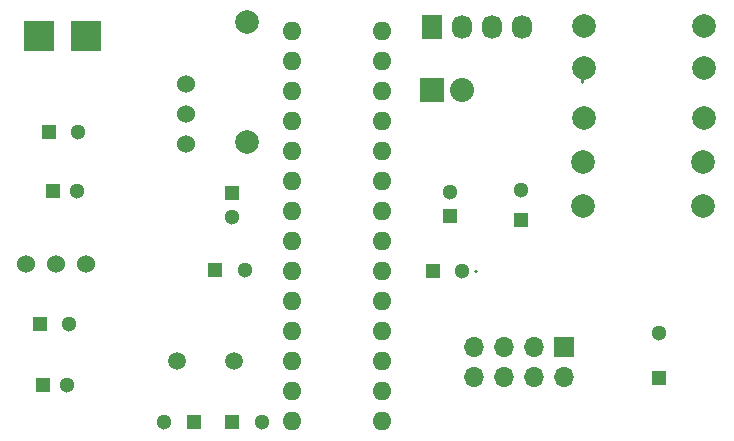
<source format=gbr>
G04 #@! TF.FileFunction,Copper,L1,Top,Signal*
%FSLAX46Y46*%
G04 Gerber Fmt 4.6, Leading zero omitted, Abs format (unit mm)*
G04 Created by KiCad (PCBNEW 4.0.2+dfsg1-stable) date śro, 11 kwi 2018, 10:40:26*
%MOMM*%
G01*
G04 APERTURE LIST*
%ADD10C,0.100000*%
%ADD11R,1.700000X1.700000*%
%ADD12O,1.700000X1.700000*%
%ADD13R,1.300000X1.300000*%
%ADD14C,1.300000*%
%ADD15O,1.600000X1.600000*%
%ADD16R,1.727200X2.032000*%
%ADD17O,1.727200X2.032000*%
%ADD18R,2.499360X2.499360*%
%ADD19C,1.524000*%
%ADD20C,1.998980*%
%ADD21R,2.032000X2.032000*%
%ADD22O,2.032000X2.032000*%
%ADD23C,1.501140*%
%ADD24C,0.250000*%
G04 APERTURE END LIST*
D10*
D11*
X165240000Y-113970000D03*
D12*
X165240000Y-116510000D03*
X162700000Y-116510000D03*
X162700000Y-113970000D03*
X160160000Y-116510000D03*
X160160000Y-113970000D03*
X157620000Y-116510000D03*
X157620000Y-113970000D03*
D13*
X137130000Y-120370000D03*
D14*
X139630000Y-120370000D03*
D13*
X133890000Y-120370000D03*
D14*
X131390000Y-120370000D03*
D13*
X121120000Y-117200000D03*
D14*
X123120000Y-117200000D03*
D13*
X137120000Y-100970000D03*
D14*
X137120000Y-102970000D03*
D13*
X173280000Y-116620000D03*
D14*
X173280000Y-112820000D03*
D13*
X121980000Y-100820000D03*
D14*
X123980000Y-100820000D03*
D13*
X155550000Y-102870000D03*
D14*
X155550000Y-100870000D03*
D15*
X142250000Y-87250000D03*
X142250000Y-89790000D03*
X142250000Y-92330000D03*
X142250000Y-94870000D03*
X142250000Y-97410000D03*
X142250000Y-99950000D03*
X142250000Y-102490000D03*
X142250000Y-105030000D03*
X142250000Y-107570000D03*
X142250000Y-110110000D03*
X142250000Y-112650000D03*
X142250000Y-115190000D03*
X142250000Y-117730000D03*
X142250000Y-120270000D03*
X149870000Y-120270000D03*
X149870000Y-117730000D03*
X149870000Y-115190000D03*
X149870000Y-112650000D03*
X149870000Y-110110000D03*
X149870000Y-107570000D03*
X149870000Y-105030000D03*
X149870000Y-102490000D03*
X149870000Y-99950000D03*
X149870000Y-97410000D03*
X149870000Y-94870000D03*
X149870000Y-92330000D03*
X149870000Y-89790000D03*
X149870000Y-87250000D03*
D16*
X154040000Y-86910000D03*
D17*
X156580000Y-86910000D03*
X159120000Y-86910000D03*
X161660000Y-86910000D03*
D18*
X120801500Y-87660000D03*
X124738500Y-87660000D03*
D19*
X133270000Y-94290000D03*
X133270000Y-96830000D03*
X133270000Y-91750000D03*
D20*
X177090000Y-94600000D03*
X166930000Y-94600000D03*
X166880000Y-98370000D03*
X177040000Y-98370000D03*
X176970000Y-102040000D03*
X166810000Y-102040000D03*
D21*
X154030000Y-92200000D03*
D22*
X156570000Y-92200000D03*
D20*
X177130000Y-90350000D03*
X166970000Y-90350000D03*
X177130000Y-86840000D03*
X166970000Y-86840000D03*
X138360000Y-96670000D03*
X138360000Y-86510000D03*
D23*
X132449060Y-115170000D03*
X137330940Y-115170000D03*
D19*
X122270000Y-106990000D03*
X119730000Y-106990000D03*
X124810000Y-106990000D03*
D13*
X154120000Y-107570000D03*
D14*
X156620000Y-107570000D03*
D13*
X161570000Y-103250000D03*
D14*
X161570000Y-100750000D03*
D13*
X135700000Y-107450000D03*
D14*
X138200000Y-107450000D03*
D13*
X121620000Y-95830000D03*
D14*
X124120000Y-95830000D03*
D13*
X120870000Y-112040000D03*
D14*
X123370000Y-112040000D03*
D24*
X157734000Y-107569000D02*
X157760000Y-107570000D01*
X156580000Y-86910000D02*
X156591000Y-86868000D01*
X173280000Y-112820000D02*
X173329000Y-112883000D01*
X177038000Y-98425000D02*
X177040000Y-98370000D01*
X133223000Y-96774000D02*
X133270000Y-96830000D01*
X137160000Y-120396000D02*
X137130000Y-120370000D01*
X155550000Y-100870000D02*
X155575000Y-100838000D01*
X155550000Y-100870000D02*
X155575000Y-100838000D01*
X156621000Y-92152000D02*
X156570000Y-92200000D01*
X137160000Y-102997000D02*
X137120000Y-102970000D01*
X156570000Y-92200000D02*
X156621000Y-92152000D01*
X156591000Y-86868000D02*
X156580000Y-86910000D01*
X124817000Y-88053000D02*
X124771500Y-88060000D01*
X137330940Y-115170000D02*
X137287000Y-115189000D01*
X142240000Y-107823000D02*
X142240000Y-107569000D01*
X142240000Y-107569000D02*
X142250000Y-107570000D01*
X137330940Y-115170000D02*
X137287000Y-115189000D01*
X139573000Y-120396000D02*
X139630000Y-120370000D01*
X132449060Y-115170000D02*
X132461000Y-115189000D01*
X131445000Y-120396000D02*
X131390000Y-120370000D01*
X165295000Y-116539000D02*
X165240000Y-116510000D01*
X154040000Y-86910000D02*
X154051000Y-86868000D01*
X142250000Y-102490000D02*
X142240000Y-102489000D01*
X149870000Y-107570000D02*
X149860000Y-107569000D01*
X161570000Y-103250000D02*
X161591000Y-103253000D01*
X161570000Y-103250000D02*
X161591000Y-103253000D01*
X137120000Y-100970000D02*
X137160000Y-100965000D01*
X135726000Y-107452000D02*
X135700000Y-107450000D01*
X137120000Y-100970000D02*
X137160000Y-100965000D01*
X138303000Y-96647000D02*
X138360000Y-96670000D01*
X138360000Y-86510000D02*
X138303000Y-86487000D01*
X133223000Y-91567000D02*
X133223000Y-91694000D01*
X133223000Y-91694000D02*
X133270000Y-91750000D01*
X157620000Y-116510000D02*
X157675000Y-116539000D01*
X142240000Y-97663000D02*
X142240000Y-97409000D01*
X142240000Y-97409000D02*
X142250000Y-97410000D01*
X142250000Y-117730000D02*
X142240000Y-117729000D01*
X133223000Y-94234000D02*
X133270000Y-94290000D01*
X162755000Y-113999000D02*
X162700000Y-113970000D01*
X166880000Y-98370000D02*
X166878000Y-98425000D01*
X166878000Y-94615000D02*
X166930000Y-94600000D01*
X154081000Y-92152000D02*
X154030000Y-92200000D01*
X166751000Y-91567000D02*
X166751000Y-90678000D01*
X166751000Y-90678000D02*
X166800000Y-90640000D01*
X166800000Y-90640000D02*
X166751000Y-90678000D01*
X166751000Y-90678000D02*
X166878000Y-90551000D01*
X161671000Y-86868000D02*
X161660000Y-86910000D01*
X161660000Y-86910000D02*
X161671000Y-86868000D01*
X166878000Y-86741000D02*
X166880000Y-86790000D01*
M02*

</source>
